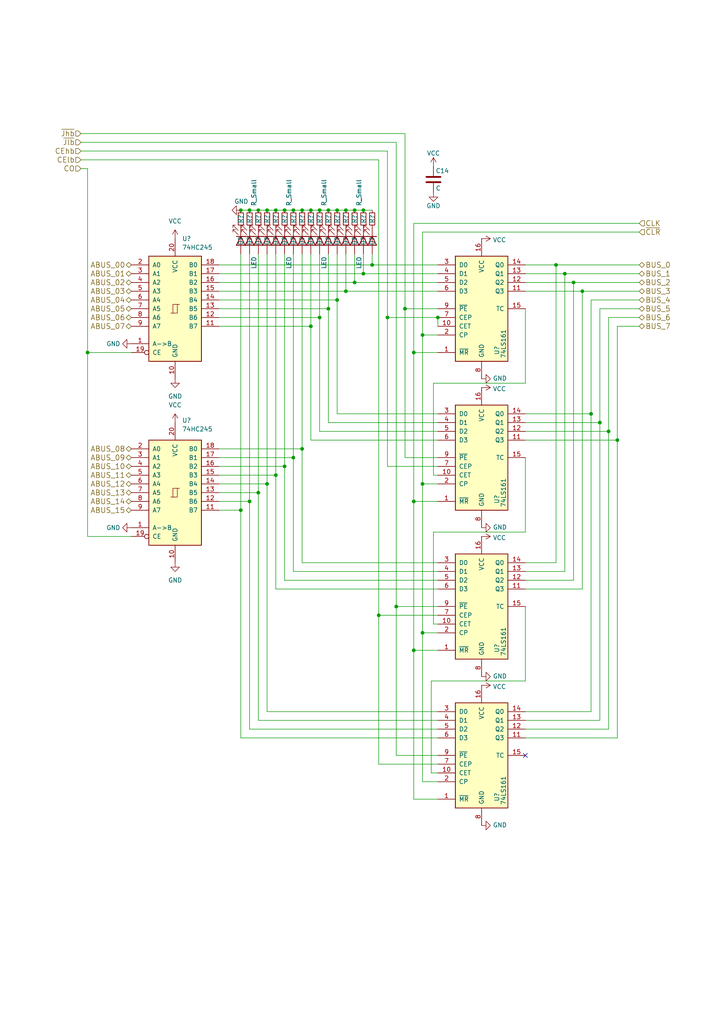
<source format=kicad_sch>
(kicad_sch (version 20211123) (generator eeschema)
  (paper "A4" portrait)
  (lib_symbols
    (symbol "74xx:74HC245" (pin_names (offset 1.016))
      (property "Reference" "U" (at -7.62 16.51 0))
      (property "Value" "74HC245" (at -7.62 -16.51 0))
      (symbol "74HC245_1_0"
        (polyline (pts (xy -0.635 -1.27) (xy -0.635 1.27) (xy 0.635 1.27)))
        (polyline (pts (xy -1.27 -1.27) (xy 0.635 -1.27) (xy 0.635 1.27) (xy 1.27 1.27)))
        (pin input line (at -12.7 -10.16 0) (length 5.08) (name "A->B") (number "1"))
        (pin power_in line (at 0 -20.32 90) (length 5.08) (name "GND") (number "10"))
        (pin tri_state line (at 12.7 -5.08 180) (length 5.08) (name "B7") (number "11"))
        (pin tri_state line (at 12.7 -2.54 180) (length 5.08) (name "B6") (number "12"))
        (pin tri_state line (at 12.7 0 180) (length 5.08) (name "B5") (number "13"))
        (pin tri_state line (at 12.7 2.54 180) (length 5.08) (name "B4") (number "14"))
        (pin tri_state line (at 12.7 5.08 180) (length 5.08) (name "B3") (number "15"))
        (pin tri_state line (at 12.7 7.62 180) (length 5.08) (name "B2") (number "16"))
        (pin tri_state line (at 12.7 10.16 180) (length 5.08) (name "B1") (number "17"))
        (pin tri_state line (at 12.7 12.7 180) (length 5.08) (name "B0") (number "18"))
        (pin input inverted (at -12.7 -12.7 0) (length 5.08) (name "CE") (number "19"))
        (pin tri_state line (at -12.7 12.7 0) (length 5.08) (name "A0") (number "2"))
        (pin power_in line (at 0 20.32 270) (length 5.08) (name "VCC") (number "20"))
        (pin tri_state line (at -12.7 10.16 0) (length 5.08) (name "A1") (number "3"))
        (pin tri_state line (at -12.7 7.62 0) (length 5.08) (name "A2") (number "4"))
        (pin tri_state line (at -12.7 5.08 0) (length 5.08) (name "A3") (number "5"))
        (pin tri_state line (at -12.7 2.54 0) (length 5.08) (name "A4") (number "6"))
        (pin tri_state line (at -12.7 0 0) (length 5.08) (name "A5") (number "7"))
        (pin tri_state line (at -12.7 -2.54 0) (length 5.08) (name "A6") (number "8"))
        (pin tri_state line (at -12.7 -5.08 0) (length 5.08) (name "A7") (number "9"))
      )
      (symbol "74HC245_1_1"
        (rectangle (start -7.62 15.24) (end 7.62 -15.24) (stroke (width 0.254)) (fill (type background)))
      )
    )
    (symbol "74xx:74LS161" (pin_names (offset 1.016))
      (property "Reference" "U" (at -7.62 16.51 0))
      (property "Value" "74LS161" (at -7.62 -16.51 0))
      (symbol "74LS161_1_0"
        (pin input line (at -12.7 -12.7 0) (length 5.08) (name "~{MR}") (number "1"))
        (pin input line (at -12.7 -5.08 0) (length 5.08) (name "CET") (number "10"))
        (pin output line (at 12.7 5.08 180) (length 5.08) (name "Q3") (number "11"))
        (pin output line (at 12.7 7.62 180) (length 5.08) (name "Q2") (number "12"))
        (pin output line (at 12.7 10.16 180) (length 5.08) (name "Q1") (number "13"))
        (pin output line (at 12.7 12.7 180) (length 5.08) (name "Q0") (number "14"))
        (pin output line (at 12.7 0 180) (length 5.08) (name "TC") (number "15"))
        (pin power_in line (at 0 20.32 270) (length 5.08) (name "VCC") (number "16"))
        (pin input line (at -12.7 -7.62 0) (length 5.08) (name "CP") (number "2"))
        (pin input line (at -12.7 12.7 0) (length 5.08) (name "D0") (number "3"))
        (pin input line (at -12.7 10.16 0) (length 5.08) (name "D1") (number "4"))
        (pin input line (at -12.7 7.62 0) (length 5.08) (name "D2") (number "5"))
        (pin input line (at -12.7 5.08 0) (length 5.08) (name "D3") (number "6"))
        (pin input line (at -12.7 -2.54 0) (length 5.08) (name "CEP") (number "7"))
        (pin power_in line (at 0 -20.32 90) (length 5.08) (name "GND") (number "8"))
        (pin input line (at -12.7 0 0) (length 5.08) (name "~{PE}") (number "9"))
      )
      (symbol "74LS161_1_1"
        (rectangle (start -7.62 15.24) (end 7.62 -15.24) (stroke (width 0.254)) (fill (type background)))
      )
    )
    (symbol "Device:C" (pin_numbers hide) (pin_names (offset 0.254))
      (property "Reference" "C" (at 0.635 2.54 0))
      (property "Value" "C" (at 0.635 -2.54 0))
      (symbol "C_0_1"
        (polyline (pts (xy -2.032 -0.762) (xy 2.032 -0.762)) (stroke (width 0.508)))
        (polyline (pts (xy -2.032 0.762) (xy 2.032 0.762)) (stroke (width 0.508)))
      )
      (symbol "C_1_1"
        (pin passive line (at 0 3.81 270) (length 2.794) (name "~") (number "1"))
        (pin passive line (at 0 -3.81 90) (length 2.794) (name "~") (number "2"))
      )
    )
    (symbol "Device:LED" (pin_numbers hide) (pin_names (offset 1.016) hide)
      (property "Reference" "D" (at 0 2.54 0))
      (property "Value" "LED" (at 0 -2.54 0))
      (symbol "LED_0_1"
        (polyline (pts (xy -1.27 -1.27) (xy -1.27 1.27)) (stroke (width 0.254)))
        (polyline (pts (xy -1.27 0) (xy 1.27 0)))
        (polyline (pts (xy 1.27 -1.27) (xy 1.27 1.27) (xy -1.27 0) (xy 1.27 -1.27)) (stroke (width 0.254)))
        (polyline (pts (xy -3.048 -0.762) (xy -4.572 -2.286) (xy -3.81 -2.286) (xy -4.572 -2.286) (xy -4.572 -1.524)))
        (polyline (pts (xy -1.778 -0.762) (xy -3.302 -2.286) (xy -2.54 -2.286) (xy -3.302 -2.286) (xy -3.302 -1.524)))
      )
      (symbol "LED_1_1"
        (pin passive line (at -3.81 0 0) (length 2.54) (name "K") (number "1"))
        (pin passive line (at 3.81 0 180) (length 2.54) (name "A") (number "2"))
      )
    )
    (symbol "Device:R_Small" (pin_numbers hide) (pin_names (offset 0.254) hide)
      (property "Reference" "R" (at 0.762 0.508 0))
      (property "Value" "R_Small" (at 0.762 -1.016 0))
      (symbol "R_Small_0_1"
        (rectangle (start -0.762 1.778) (end 0.762 -1.778) (stroke (width 0.2032)))
      )
      (symbol "R_Small_1_1"
        (pin passive line (at 0 2.54 270) (length 0.762) (name "~") (number "1"))
        (pin passive line (at 0 -2.54 90) (length 0.762) (name "~") (number "2"))
      )
    )
    (symbol "power:GND" (power) (pin_names (offset 0))
      (property "Value" "GND" (at 0 -3.81 0))
      (symbol "GND_0_1"
        (polyline (pts (xy 0 0) (xy 0 -1.27) (xy 1.27 -1.27) (xy 0 -2.54) (xy -1.27 -1.27) (xy 0 -1.27)))
      )
      (symbol "GND_1_1"
        (pin power_in line (at 0 0 270) (length 0) hide (name "GND") (number "1"))
      )
    )
    (symbol "power:VCC" (power) (pin_names (offset 0))
      (property "Value" "VCC" (at 0 3.81 0))
      (symbol "VCC_0_1"
        (polyline (pts (xy -0.762 1.27) (xy 0 2.54)))
        (polyline (pts (xy 0 0) (xy 0 2.54)))
        (polyline (pts (xy 0 2.54) (xy 0.762 1.27)))
      )
      (symbol "VCC_1_1"
        (pin power_in line (at 0 0 90) (length 0) hide (name "VCC") (number "1"))
      )
    )
  )
  (junction (at 120.015 145.415))
  (junction (at 122.555 97.155))
  (junction (at 69.85 60.96))
  (junction (at 102.87 60.96))
  (junction (at 122.555 140.335))
  (junction (at 80.01 137.795))
  (junction (at 122.555 183.515))
  (junction (at 173.99 122.555))
  (junction (at 92.71 92.075))
  (junction (at 166.37 81.915))
  (junction (at 82.55 135.255))
  (junction (at 105.41 60.96))
  (junction (at 77.47 140.335))
  (junction (at 161.29 76.835))
  (junction (at 171.45 120.015))
  (junction (at 72.39 60.96))
  (junction (at 77.47 60.96))
  (junction (at 74.93 60.96))
  (junction (at 74.93 142.875))
  (junction (at 87.63 130.175))
  (junction (at 163.83 79.375))
  (junction (at 97.79 86.995))
  (junction (at 176.53 125.095))
  (junction (at 97.79 60.96))
  (junction (at 120.015 188.595))
  (junction (at 25.4 102.235))
  (junction (at 80.01 60.96))
  (junction (at 120.015 102.235))
  (junction (at 127 92.075))
  (junction (at 117.475 89.535))
  (junction (at 69.85 147.955))
  (junction (at 82.55 60.96))
  (junction (at 92.71 60.96))
  (junction (at 168.91 84.455))
  (junction (at 100.33 84.455))
  (junction (at 100.33 60.96))
  (junction (at 85.09 60.96))
  (junction (at 107.95 76.835))
  (junction (at 90.17 94.615))
  (junction (at 105.41 79.375))
  (junction (at 179.07 127.635))
  (junction (at 85.09 132.715))
  (junction (at 109.855 178.435))
  (junction (at 95.25 89.535))
  (junction (at 72.39 145.415))
  (junction (at 95.25 60.96))
  (junction (at 102.87 81.915))
  (junction (at 87.63 60.96))
  (junction (at 90.17 60.96))
  (junction (at 112.395 92.075))
  (junction (at 114.935 175.895))
  (no_connect (at 152.4 219.075))
  (wire (pts (xy 152.4 79.375) (xy 163.83 79.375)))
  (wire (pts (xy 152.4 84.455) (xy 168.91 84.455)))
  (wire (pts (xy 152.4 175.895) (xy 152.4 197.485)))
  (wire (pts (xy 107.95 73.66) (xy 107.95 76.835)))
  (wire (pts (xy 80.01 73.66) (xy 80.01 137.795)))
  (wire (pts (xy 127 92.075) (xy 112.395 92.075)))
  (wire (pts (xy 122.555 183.515) (xy 122.555 140.335)))
  (wire (pts (xy 23.495 48.895) (xy 25.4 48.895)))
  (wire (pts (xy 23.495 46.355) (xy 109.855 46.355)))
  (wire (pts (xy 92.71 60.96) (xy 95.25 60.96)))
  (wire (pts (xy 102.87 73.66) (xy 102.87 81.915)))
  (wire (pts (xy 112.395 135.255) (xy 112.395 92.075)))
  (wire (pts (xy 69.85 73.66) (xy 69.85 147.955)))
  (wire (pts (xy 102.87 60.96) (xy 105.41 60.96)))
  (wire (pts (xy 63.5 84.455) (xy 100.33 84.455)))
  (wire (pts (xy 69.85 213.995) (xy 127 213.995)))
  (wire (pts (xy 152.4 163.195) (xy 161.29 163.195)))
  (wire (pts (xy 166.37 168.275) (xy 166.37 81.915)))
  (wire (pts (xy 25.4 155.575) (xy 38.1 155.575)))
  (wire (pts (xy 72.39 73.66) (xy 72.39 145.415)))
  (wire (pts (xy 120.015 145.415) (xy 120.015 102.235)))
  (wire (pts (xy 120.015 145.415) (xy 127 145.415)))
  (wire (pts (xy 77.47 60.96) (xy 80.01 60.96)))
  (wire (pts (xy 114.935 175.895) (xy 114.935 219.075)))
  (wire (pts (xy 127 120.015) (xy 97.79 120.015)))
  (wire (pts (xy 122.555 183.515) (xy 127 183.515)))
  (wire (pts (xy 127 231.775) (xy 120.015 231.775)))
  (wire (pts (xy 117.475 89.535) (xy 117.475 38.735)))
  (wire (pts (xy 80.01 60.96) (xy 82.55 60.96)))
  (wire (pts (xy 120.015 64.77) (xy 185.42 64.77)))
  (wire (pts (xy 120.015 188.595) (xy 120.015 145.415)))
  (wire (pts (xy 163.83 79.375) (xy 185.42 79.375)))
  (wire (pts (xy 168.91 170.815) (xy 152.4 170.815)))
  (wire (pts (xy 179.07 213.995) (xy 152.4 213.995)))
  (wire (pts (xy 168.91 84.455) (xy 168.91 170.815)))
  (wire (pts (xy 125.73 137.795) (xy 125.73 111.125)))
  (wire (pts (xy 152.4 89.535) (xy 152.4 111.125)))
  (wire (pts (xy 127 125.095) (xy 92.71 125.095)))
  (wire (pts (xy 72.39 145.415) (xy 63.5 145.415)))
  (wire (pts (xy 179.07 127.635) (xy 179.07 213.995)))
  (wire (pts (xy 152.4 168.275) (xy 166.37 168.275)))
  (wire (pts (xy 95.25 122.555) (xy 127 122.555)))
  (wire (pts (xy 109.855 221.615) (xy 127 221.615)))
  (wire (pts (xy 152.4 132.715) (xy 152.4 154.305)))
  (wire (pts (xy 109.855 178.435) (xy 109.855 221.615)))
  (wire (pts (xy 120.015 102.235) (xy 127 102.235)))
  (wire (pts (xy 125.73 111.125) (xy 152.4 111.125)))
  (wire (pts (xy 82.55 60.96) (xy 85.09 60.96)))
  (wire (pts (xy 112.395 92.075) (xy 112.395 43.815)))
  (wire (pts (xy 168.91 84.455) (xy 185.42 84.455)))
  (wire (pts (xy 176.53 211.455) (xy 176.53 125.095)))
  (wire (pts (xy 90.17 73.66) (xy 90.17 94.615)))
  (wire (pts (xy 127 168.275) (xy 82.55 168.275)))
  (wire (pts (xy 125.095 197.485) (xy 152.4 197.485)))
  (wire (pts (xy 105.41 60.96) (xy 107.95 60.96)))
  (wire (pts (xy 100.33 73.66) (xy 100.33 84.455)))
  (wire (pts (xy 85.09 60.96) (xy 87.63 60.96)))
  (wire (pts (xy 82.55 135.255) (xy 82.55 168.275)))
  (wire (pts (xy 127 226.695) (xy 122.555 226.695)))
  (wire (pts (xy 161.29 163.195) (xy 161.29 76.835)))
  (wire (pts (xy 63.5 81.915) (xy 102.87 81.915)))
  (wire (pts (xy 23.495 43.815) (xy 112.395 43.815)))
  (wire (pts (xy 114.935 41.275) (xy 114.935 175.895)))
  (wire (pts (xy 179.07 127.635) (xy 179.07 94.615)))
  (wire (pts (xy 95.25 73.66) (xy 95.25 89.535)))
  (wire (pts (xy 82.55 135.255) (xy 63.5 135.255)))
  (wire (pts (xy 152.4 122.555) (xy 173.99 122.555)))
  (wire (pts (xy 173.99 122.555) (xy 173.99 89.535)))
  (wire (pts (xy 95.25 89.535) (xy 95.25 122.555)))
  (wire (pts (xy 152.4 76.835) (xy 161.29 76.835)))
  (wire (pts (xy 122.555 67.31) (xy 185.42 67.31)))
  (wire (pts (xy 23.495 41.275) (xy 114.935 41.275)))
  (wire (pts (xy 90.17 94.615) (xy 90.17 127.635)))
  (wire (pts (xy 171.45 206.375) (xy 171.45 120.015)))
  (wire (pts (xy 120.015 231.775) (xy 120.015 188.595)))
  (wire (pts (xy 161.29 76.835) (xy 185.42 76.835)))
  (wire (pts (xy 120.015 102.235) (xy 120.015 64.77)))
  (wire (pts (xy 85.09 132.715) (xy 85.09 165.735)))
  (wire (pts (xy 173.99 208.915) (xy 152.4 208.915)))
  (wire (pts (xy 105.41 79.375) (xy 127 79.375)))
  (wire (pts (xy 100.33 84.455) (xy 127 84.455)))
  (wire (pts (xy 74.93 73.66) (xy 74.93 142.875)))
  (wire (pts (xy 152.4 211.455) (xy 176.53 211.455)))
  (wire (pts (xy 77.47 73.66) (xy 77.47 140.335)))
  (wire (pts (xy 97.79 73.66) (xy 97.79 86.995)))
  (wire (pts (xy 185.42 86.995) (xy 171.45 86.995)))
  (wire (pts (xy 87.63 60.96) (xy 90.17 60.96)))
  (wire (pts (xy 122.555 97.155) (xy 127 97.155)))
  (wire (pts (xy 127 135.255) (xy 112.395 135.255)))
  (wire (pts (xy 127 178.435) (xy 109.855 178.435)))
  (wire (pts (xy 114.935 219.075) (xy 127 219.075)))
  (wire (pts (xy 80.01 137.795) (xy 80.01 170.815)))
  (wire (pts (xy 122.555 97.155) (xy 122.555 67.31)))
  (wire (pts (xy 173.99 89.535) (xy 185.42 89.535)))
  (wire (pts (xy 127 224.155) (xy 125.095 224.155)))
  (wire (pts (xy 69.85 60.96) (xy 72.39 60.96)))
  (wire (pts (xy 120.015 188.595) (xy 127 188.595)))
  (wire (pts (xy 105.41 73.66) (xy 105.41 79.375)))
  (wire (pts (xy 125.73 180.975) (xy 125.73 154.305)))
  (wire (pts (xy 152.4 206.375) (xy 171.45 206.375)))
  (wire (pts (xy 171.45 120.015) (xy 152.4 120.015)))
  (wire (pts (xy 127 180.975) (xy 125.73 180.975)))
  (wire (pts (xy 77.47 140.335) (xy 63.5 140.335)))
  (wire (pts (xy 109.855 46.355) (xy 109.855 178.435)))
  (wire (pts (xy 92.71 125.095) (xy 92.71 92.075)))
  (wire (pts (xy 23.495 38.735) (xy 117.475 38.735)))
  (wire (pts (xy 176.53 125.095) (xy 176.53 92.075)))
  (wire (pts (xy 80.01 170.815) (xy 127 170.815)))
  (wire (pts (xy 87.63 163.195) (xy 127 163.195)))
  (wire (pts (xy 63.5 132.715) (xy 85.09 132.715)))
  (wire (pts (xy 90.17 60.96) (xy 92.71 60.96)))
  (wire (pts (xy 97.79 86.995) (xy 63.5 86.995)))
  (wire (pts (xy 127 89.535) (xy 117.475 89.535)))
  (wire (pts (xy 117.475 89.535) (xy 117.475 132.715)))
  (wire (pts (xy 87.63 130.175) (xy 63.5 130.175)))
  (wire (pts (xy 95.25 60.96) (xy 97.79 60.96)))
  (wire (pts (xy 63.5 137.795) (xy 80.01 137.795)))
  (wire (pts (xy 171.45 86.995) (xy 171.45 120.015)))
  (wire (pts (xy 38.1 102.235) (xy 25.4 102.235)))
  (wire (pts (xy 163.83 165.735) (xy 152.4 165.735)))
  (wire (pts (xy 107.95 76.835) (xy 127 76.835)))
  (wire (pts (xy 122.555 140.335) (xy 122.555 97.155)))
  (wire (pts (xy 63.5 147.955) (xy 69.85 147.955)))
  (wire (pts (xy 92.71 92.075) (xy 63.5 92.075)))
  (wire (pts (xy 87.63 130.175) (xy 87.63 163.195)))
  (wire (pts (xy 97.79 120.015) (xy 97.79 86.995)))
  (wire (pts (xy 127 206.375) (xy 77.47 206.375)))
  (wire (pts (xy 85.09 165.735) (xy 127 165.735)))
  (wire (pts (xy 176.53 92.075) (xy 185.42 92.075)))
  (wire (pts (xy 127 211.455) (xy 72.39 211.455)))
  (wire (pts (xy 85.09 73.66) (xy 85.09 132.715)))
  (wire (pts (xy 63.5 94.615) (xy 90.17 94.615)))
  (wire (pts (xy 69.85 147.955) (xy 69.85 213.995)))
  (wire (pts (xy 152.4 81.915) (xy 166.37 81.915)))
  (wire (pts (xy 25.4 102.235) (xy 25.4 155.575)))
  (wire (pts (xy 97.79 60.96) (xy 100.33 60.96)))
  (wire (pts (xy 152.4 125.095) (xy 176.53 125.095)))
  (wire (pts (xy 173.99 122.555) (xy 173.99 208.915)))
  (wire (pts (xy 117.475 132.715) (xy 127 132.715)))
  (wire (pts (xy 72.39 60.96) (xy 74.93 60.96)))
  (wire (pts (xy 179.07 94.615) (xy 185.42 94.615)))
  (wire (pts (xy 114.935 175.895) (xy 127 175.895)))
  (wire (pts (xy 163.83 79.375) (xy 163.83 165.735)))
  (wire (pts (xy 127 92.075) (xy 127 94.615)))
  (wire (pts (xy 74.93 142.875) (xy 74.93 208.915)))
  (wire (pts (xy 100.33 60.96) (xy 102.87 60.96)))
  (wire (pts (xy 90.17 127.635) (xy 127 127.635)))
  (wire (pts (xy 63.5 89.535) (xy 95.25 89.535)))
  (wire (pts (xy 63.5 76.835) (xy 107.95 76.835)))
  (wire (pts (xy 25.4 102.235) (xy 25.4 48.895)))
  (wire (pts (xy 152.4 127.635) (xy 179.07 127.635)))
  (wire (pts (xy 92.71 73.66) (xy 92.71 92.075)))
  (wire (pts (xy 87.63 73.66) (xy 87.63 130.175)))
  (wire (pts (xy 102.87 81.915) (xy 127 81.915)))
  (wire (pts (xy 74.93 208.915) (xy 127 208.915)))
  (wire (pts (xy 122.555 226.695) (xy 122.555 183.515)))
  (wire (pts (xy 166.37 81.915) (xy 185.42 81.915)))
  (wire (pts (xy 122.555 140.335) (xy 127 140.335)))
  (wire (pts (xy 127 137.795) (xy 125.73 137.795)))
  (wire (pts (xy 74.93 60.96) (xy 77.47 60.96)))
  (wire (pts (xy 77.47 140.335) (xy 77.47 206.375)))
  (wire (pts (xy 63.5 79.375) (xy 105.41 79.375)))
  (wire (pts (xy 63.5 142.875) (xy 74.93 142.875)))
  (wire (pts (xy 82.55 73.66) (xy 82.55 135.255)))
  (wire (pts (xy 125.095 224.155) (xy 125.095 197.485)))
  (wire (pts (xy 125.73 154.305) (xy 152.4 154.305)))
  (wire (pts (xy 72.39 145.415) (xy 72.39 211.455)))
  (hierarchical_label "ABUS_12" (shape tri_state) (at 38.1 140.335 180) (effects (font (size 1.524 1.524))))
  (hierarchical_label "ABUS_04" (shape tri_state) (at 38.1 86.995 180) (effects (font (size 1.524 1.524))))
  (hierarchical_label "BUS_4" (shape bidirectional) (at 185.42 86.995 0) (effects (font (size 1.524 1.524))))
  (hierarchical_label "ABUS_09" (shape tri_state) (at 38.1 132.715 180) (effects (font (size 1.524 1.524))))
  (hierarchical_label "~{Jlb}" (shape input) (at 23.495 41.275 180) (effects (font (size 1.524 1.524))))
  (hierarchical_label "ABUS_14" (shape tri_state) (at 38.1 145.415 180) (effects (font (size 1.524 1.524))))
  (hierarchical_label "CLK" (shape input) (at 185.42 64.77 0) (effects (font (size 1.524 1.524))))
  (hierarchical_label "ABUS_05" (shape tri_state) (at 38.1 89.535 180) (effects (font (size 1.524 1.524))))
  (hierarchical_label "CElb" (shape input) (at 23.495 46.355 180) (effects (font (size 1.524 1.524))))
  (hierarchical_label "ABUS_02" (shape bidirectional) (at 38.1 81.915 180) (effects (font (size 1.524 1.524))))
  (hierarchical_label "CEhb" (shape input) (at 23.495 43.815 180) (effects (font (size 1.524 1.524))))
  (hierarchical_label "ABUS_10" (shape tri_state) (at 38.1 135.255 180) (effects (font (size 1.524 1.524))))
  (hierarchical_label "ABUS_07" (shape tri_state) (at 38.1 94.615 180) (effects (font (size 1.524 1.524))))
  (hierarchical_label "ABUS_06" (shape tri_state) (at 38.1 92.075 180) (effects (font (size 1.524 1.524))))
  (hierarchical_label "BUS_5" (shape bidirectional) (at 185.42 89.535 0) (effects (font (size 1.524 1.524))))
  (hierarchical_label "BUS_1" (shape bidirectional) (at 185.42 79.375 0) (effects (font (size 1.524 1.524))))
  (hierarchical_label "ABUS_08" (shape tri_state) (at 38.1 130.175 180) (effects (font (size 1.524 1.524))))
  (hierarchical_label "~{Jhb}" (shape input) (at 23.495 38.735 180) (effects (font (size 1.524 1.524))))
  (hierarchical_label "ABUS_11" (shape tri_state) (at 38.1 137.795 180) (effects (font (size 1.524 1.524))))
  (hierarchical_label "ABUS_13" (shape tri_state) (at 38.1 142.875 180) (effects (font (size 1.524 1.524))))
  (hierarchical_label "CO" (shape input) (at 23.495 48.895 180) (effects (font (size 1.524 1.524))))
  (hierarchical_label "ABUS_03" (shape bidirectional) (at 38.1 84.455 180) (effects (font (size 1.524 1.524))))
  (hierarchical_label "~{CLR}" (shape input) (at 185.42 67.31 0) (effects (font (size 1.524 1.524))))
  (hierarchical_label "BUS_6" (shape bidirectional) (at 185.42 92.075 0) (effects (font (size 1.524 1.524))))
  (hierarchical_label "ABUS_00" (shape tri_state) (at 38.1 76.835 180) (effects (font (size 1.524 1.524))))
  (hierarchical_label "BUS_3" (shape bidirectional) (at 185.42 84.455 0) (effects (font (size 1.524 1.524))))
  (hierarchical_label "BUS_7" (shape bidirectional) (at 185.42 94.615 0) (effects (font (size 1.524 1.524))))
  (hierarchical_label "BUS_0" (shape bidirectional) (at 185.42 76.835 0) (effects (font (size 1.524 1.524))))
  (hierarchical_label "ABUS_15" (shape tri_state) (at 38.1 147.955 180) (effects (font (size 1.524 1.524))))
  (hierarchical_label "ABUS_01" (shape tri_state) (at 38.1 79.375 180) (effects (font (size 1.524 1.524))))
  (hierarchical_label "BUS_2" (shape bidirectional) (at 185.42 81.915 0) (effects (font (size 1.524 1.524))))
  (symbol (lib_id "Device:C") (at 125.73 52.07 0) (unit 1)
    (property "Reference" "C14" (at 126.365 49.53 0) (effects (justify left)))
    (property "Value" "C" (at 126.365 54.61 0) (effects (justify left)))
    (property "Footprint" "Capacitor_THT:C_Disc_D4.3mm_W1.9mm_P5.00mm" (effects hide))
  )
  (symbol (lib_id "power:GND") (at 125.73 55.88 0) (unit 1)
    (property "Reference" "#PWR098" (effects hide))
    (property "Value" "GND" (at 125.73 59.69 0))
  )
  (symbol (lib_id "power:VCC") (at 125.73 48.26 0) (unit 1)
    (property "Reference" "#PWR097" (effects hide))
    (property "Value" "VCC" (at 125.73 44.45 0))
  )
  (symbol (lib_id "power:VCC") (at 139.7 198.755 270) (unit 1)
    (property "Reference" "#PWR?" (effects hide))
    (property "Value" "VCC" (at 142.9512 199.136 90) (effects (justify left)))
  )
  (symbol (lib_id "Device:R_Small") (at 100.33 63.5 180) (unit 1)
    (property "Reference" "R?" (at 100.33 63.5 90))
    (property "Value" "R_Small" (at 104.14 55.88 90))
  )
  (symbol (lib_id "Device:LED") (at 100.33 69.85 270) (unit 1)
    (property "Reference" "D?" (at 100.33 69.85 0))
    (property "Value" "LED" (at 104.14 76.2 0))
  )
  (symbol (lib_id "power:GND") (at 139.7 196.215 90) (unit 1)
    (property "Reference" "#PWR?" (effects hide))
    (property "Value" "GND" (at 142.9512 196.088 90) (effects (justify right)))
  )
  (symbol (lib_id "Device:LED") (at 72.39 69.85 270) (unit 1)
    (property "Reference" "D?" (at 72.39 69.85 0))
    (property "Value" "LED" (at 73.66 76.2 0))
  )
  (symbol (lib_id "Device:LED") (at 107.95 69.85 270) (unit 1)
    (property "Reference" "D?" (at 107.95 69.85 0))
    (property "Value" "LED" (at 104.14 76.2 0))
  )
  (symbol (lib_id "74xx:74HC245") (at 50.8 142.875 0) (unit 1)
    (property "Reference" "U?" (at 52.8194 121.92 0) (effects (justify left)))
    (property "Value" "74HC245" (at 52.8194 124.46 0) (effects (justify left)))
    (property "Datasheet" "http://www.ti.com/lit/gpn/sn74HC245" (effects hide))
  )
  (symbol (lib_id "Device:LED") (at 69.85 69.85 270) (unit 1)
    (property "Reference" "D?" (at 69.85 69.85 0))
    (property "Value" "LED" (at 73.66 76.2 0))
  )
  (symbol (lib_id "Device:R_Small") (at 82.55 63.5 180) (unit 1)
    (property "Reference" "R?" (at 82.55 63.5 90))
    (property "Value" "R_Small" (at 83.82 55.88 90))
  )
  (symbol (lib_id "Device:R_Small") (at 102.87 63.5 180) (unit 1)
    (property "Reference" "R?" (at 102.87 63.5 90))
    (property "Value" "R_Small" (at 104.14 55.88 90))
  )
  (symbol (lib_id "Device:LED") (at 92.71 69.85 270) (unit 1)
    (property "Reference" "D?" (at 92.71 69.85 0))
    (property "Value" "LED" (at 93.98 76.2 0))
  )
  (symbol (lib_id "Device:R_Small") (at 77.47 63.5 180) (unit 1)
    (property "Reference" "R?" (at 77.47 63.5 90))
    (property "Value" "R_Small" (at 73.66 55.88 90))
  )
  (symbol (lib_id "Device:R_Small") (at 69.85 63.5 180) (unit 1)
    (property "Reference" "R?" (at 69.85 63.5 90))
    (property "Value" "R_Small" (at 73.66 55.88 90))
  )
  (symbol (lib_id "Device:R_Small") (at 72.39 63.5 180) (unit 1)
    (property "Reference" "R?" (at 72.39 63.5 90))
    (property "Value" "R_Small" (at 73.66 55.88 90))
  )
  (symbol (lib_id "power:GND") (at 139.7 239.395 90) (unit 1)
    (property "Reference" "#PWR?" (effects hide))
    (property "Value" "GND" (at 142.9512 239.268 90) (effects (justify right)))
  )
  (symbol (lib_id "Device:LED") (at 82.55 69.85 270) (unit 1)
    (property "Reference" "D?" (at 82.55 69.85 0))
    (property "Value" "LED" (at 83.82 76.2 0))
  )
  (symbol (lib_id "Device:LED") (at 87.63 69.85 270) (unit 1)
    (property "Reference" "D?" (at 87.63 69.85 0))
    (property "Value" "LED" (at 83.82 76.2 0))
  )
  (symbol (lib_id "Device:LED") (at 105.41 69.85 270) (unit 1)
    (property "Reference" "D?" (at 105.41 69.85 0))
    (property "Value" "LED" (at 104.14 76.2 0))
  )
  (symbol (lib_id "power:GND") (at 38.1 99.695 270) (unit 1)
    (property "Reference" "#PWR?" (effects hide))
    (property "Value" "GND" (at 34.925 99.6949 90) (effects (justify right)))
  )
  (symbol (lib_id "Device:R_Small") (at 90.17 63.5 180) (unit 1)
    (property "Reference" "R?" (at 90.17 63.5 90))
    (property "Value" "R_Small" (at 93.98 55.88 90))
  )
  (symbol (lib_id "74xx:74LS161") (at 139.7 219.075 0) (unit 1)
    (property "Reference" "U?" (at 144.145 231.14 90))
    (property "Value" "74LS161" (at 146.05 229.235 90))
    (property "Datasheet" "http://www.ti.com/lit/gpn/sn74LS161" (effects hide))
  )
  (symbol (lib_id "power:VCC") (at 139.7 69.215 270) (unit 1)
    (property "Reference" "#PWR?" (effects hide))
    (property "Value" "VCC" (at 142.9512 69.596 90) (effects (justify left)))
  )
  (symbol (lib_id "Device:R_Small") (at 80.01 63.5 180) (unit 1)
    (property "Reference" "R?" (at 80.01 63.5 90))
    (property "Value" "R_Small" (at 83.82 55.88 90))
  )
  (symbol (lib_id "power:VCC") (at 50.8 69.215 0) (unit 1)
    (property "Reference" "#PWR?" (effects hide))
    (property "Value" "VCC" (at 50.8 64.135 0))
  )
  (symbol (lib_id "74xx:74LS161") (at 139.7 132.715 0) (unit 1)
    (property "Reference" "U?" (at 144.145 144.78 90))
    (property "Value" "74LS161" (at 146.05 142.875 90))
    (property "Datasheet" "http://www.ti.com/lit/gpn/sn74LS161" (effects hide))
  )
  (symbol (lib_id "Device:LED") (at 74.93 69.85 270) (unit 1)
    (property "Reference" "D?" (at 74.93 69.85 0))
    (property "Value" "LED" (at 73.66 76.2 0))
  )
  (symbol (lib_id "power:GND") (at 38.1 153.035 270) (unit 1)
    (property "Reference" "#PWR?" (effects hide))
    (property "Value" "GND" (at 34.925 153.0349 90) (effects (justify right)))
  )
  (symbol (lib_id "Device:R_Small") (at 74.93 63.5 180) (unit 1)
    (property "Reference" "R?" (at 74.93 63.5 90))
    (property "Value" "R_Small" (at 73.66 55.88 90))
  )
  (symbol (lib_id "Device:R_Small") (at 107.95 63.5 180) (unit 1)
    (property "Reference" "R?" (at 107.95 63.5 90))
    (property "Value" "R_Small" (at 104.14 55.88 90))
  )
  (symbol (lib_id "Device:R_Small") (at 105.41 63.5 180) (unit 1)
    (property "Reference" "R?" (at 105.41 63.5 90))
    (property "Value" "R_Small" (at 104.14 55.88 90))
  )
  (symbol (lib_id "power:GND") (at 139.7 153.035 90) (unit 1)
    (property "Reference" "#PWR?" (effects hide))
    (property "Value" "GND" (at 142.9512 152.908 90) (effects (justify right)))
  )
  (symbol (lib_id "Device:LED") (at 102.87 69.85 270) (unit 1)
    (property "Reference" "D?" (at 102.87 69.85 0))
    (property "Value" "LED" (at 104.14 76.2 0))
  )
  (symbol (lib_id "Device:R_Small") (at 92.71 63.5 180) (unit 1)
    (property "Reference" "R?" (at 92.71 63.5 90))
    (property "Value" "R_Small" (at 93.98 55.88 90))
  )
  (symbol (lib_id "power:GND") (at 50.8 109.855 0) (unit 1)
    (property "Reference" "#PWR?" (effects hide))
    (property "Value" "GND" (at 50.8 114.935 0))
  )
  (symbol (lib_id "Device:R_Small") (at 95.25 63.5 180) (unit 1)
    (property "Reference" "R?" (at 95.25 63.5 90))
    (property "Value" "R_Small" (at 93.98 55.88 90))
  )
  (symbol (lib_id "74xx:74HC245") (at 50.8 89.535 0) (unit 1)
    (property "Reference" "U?" (at 52.8194 69.215 0) (effects (justify left)))
    (property "Value" "74HC245" (at 52.8194 71.755 0) (effects (justify left)))
    (property "Datasheet" "http://www.ti.com/lit/gpn/sn74HC245" (effects hide))
  )
  (symbol (lib_id "Device:LED") (at 85.09 69.85 270) (unit 1)
    (property "Reference" "D?" (at 85.09 69.85 0))
    (property "Value" "LED" (at 83.82 76.2 0))
  )
  (symbol (lib_id "Device:R_Small") (at 85.09 63.5 180) (unit 1)
    (property "Reference" "R?" (at 85.09 63.5 90))
    (property "Value" "R_Small" (at 83.82 55.88 90))
  )
  (symbol (lib_id "power:GND") (at 69.85 60.96 270) (unit 1)
    (property "Reference" "#PWR?" (effects hide))
    (property "Value" "GND" (at 67.945 58.42 90) (effects (justify left)))
  )
  (symbol (lib_id "Device:LED") (at 97.79 69.85 270) (unit 1)
    (property "Reference" "D?" (at 97.79 69.85 0))
    (property "Value" "LED" (at 93.98 76.2 0))
  )
  (symbol (lib_id "Device:LED") (at 80.01 69.85 270) (unit 1)
    (property "Reference" "D?" (at 80.01 69.85 0))
    (property "Value" "LED" (at 83.82 76.2 0))
  )
  (symbol (lib_id "Device:R_Small") (at 97.79 63.5 180) (unit 1)
    (property "Reference" "R?" (at 97.79 63.5 90))
    (property "Value" "R_Small" (at 93.98 55.88 90))
  )
  (symbol (lib_id "power:VCC") (at 50.8 122.555 0) (unit 1)
    (property "Reference" "#PWR?" (effects hide))
    (property "Value" "VCC" (at 50.8 117.475 0))
  )
  (symbol (lib_id "74xx:74LS161") (at 139.7 175.895 0) (unit 1)
    (property "Reference" "U?" (at 144.145 187.96 90))
    (property "Value" "74LS161" (at 146.05 186.055 90))
    (property "Datasheet" "http://www.ti.com/lit/gpn/sn74LS161" (effects hide))
  )
  (symbol (lib_id "74xx:74LS161") (at 139.7 89.535 0) (unit 1)
    (property "Reference" "U?" (at 144.145 101.6 90))
    (property "Value" "74LS161" (at 146.05 99.695 90))
    (property "Datasheet" "http://www.ti.com/lit/gpn/sn74LS161" (effects hide))
  )
  (symbol (lib_id "power:GND") (at 139.7 109.855 90) (unit 1)
    (property "Reference" "#PWR?" (effects hide))
    (property "Value" "GND" (at 142.9512 109.728 90) (effects (justify right)))
  )
  (symbol (lib_id "power:GND") (at 50.8 163.195 0) (unit 1)
    (property "Reference" "#PWR?" (effects hide))
    (property "Value" "GND" (at 50.8 168.275 0))
  )
  (symbol (lib_id "Device:LED") (at 90.17 69.85 270) (unit 1)
    (property "Reference" "D?" (at 90.17 69.85 0))
    (property "Value" "LED" (at 93.98 76.2 0))
  )
  (symbol (lib_id "power:VCC") (at 139.7 155.575 270) (unit 1)
    (property "Reference" "#PWR?" (effects hide))
    (property "Value" "VCC" (at 142.9512 155.956 90) (effects (justify left)))
  )
  (symbol (lib_id "Device:R_Small") (at 87.63 63.5 180) (unit 1)
    (property "Reference" "R?" (at 87.63 63.5 90))
    (property "Value" "R_Small" (at 83.82 55.88 90))
  )
  (symbol (lib_id "Device:LED") (at 95.25 69.85 270) (unit 1)
    (property "Reference" "D?" (at 95.25 69.85 0))
    (property "Value" "LED" (at 93.98 76.2 0))
  )
  (symbol (lib_id "Device:LED") (at 77.47 69.85 270) (unit 1)
    (property "Reference" "D?" (at 77.47 69.85 0))
    (property "Value" "LED" (at 73.66 76.2 0))
  )
  (symbol (lib_id "power:VCC") (at 139.7 112.395 270) (unit 1)
    (property "Reference" "#PWR?" (effects hide))
    (property "Value" "VCC" (at 142.9512 112.776 90) (effects (justify left)))
  )
)
</source>
